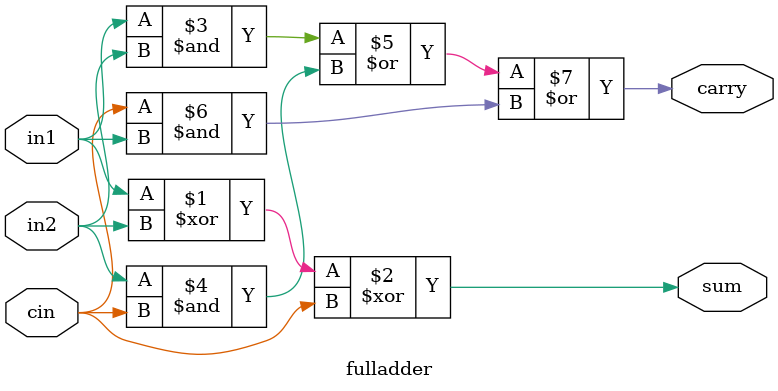
<source format=v>
`timescale 1ns / 1ps


module fulladder(output sum,carry,input in1,in2,cin);
assign sum = in1 ^ in2 ^ cin;
assign carry = (in1& in2) | (in2 & cin) | (cin & in1);
endmodule

</source>
